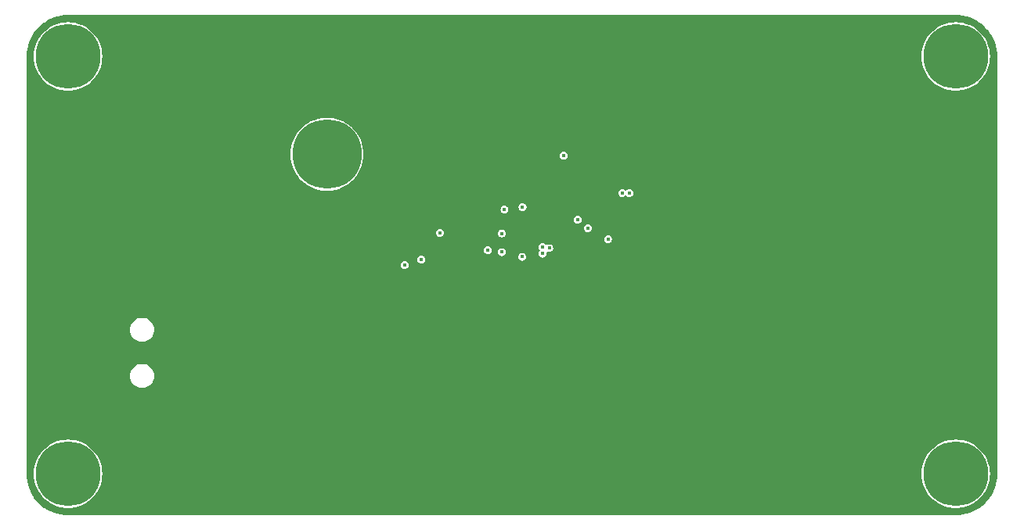
<source format=gbl>
%TF.GenerationSoftware,KiCad,Pcbnew,(6.0.11)*%
%TF.CreationDate,2023-07-06T01:04:48-04:00*%
%TF.ProjectId,RP_CHG_r01,52505f43-4847-45f7-9230-312e6b696361,rev?*%
%TF.SameCoordinates,Original*%
%TF.FileFunction,Copper,L4,Bot*%
%TF.FilePolarity,Positive*%
%FSLAX46Y46*%
G04 Gerber Fmt 4.6, Leading zero omitted, Abs format (unit mm)*
G04 Created by KiCad (PCBNEW (6.0.11)) date 2023-07-06 01:04:48*
%MOMM*%
%LPD*%
G01*
G04 APERTURE LIST*
%TA.AperFunction,ComponentPad*%
%ADD10C,14.000000*%
%TD*%
%TA.AperFunction,ComponentPad*%
%ADD11C,7.500000*%
%TD*%
%TA.AperFunction,ComponentPad*%
%ADD12C,7.000000*%
%TD*%
%TA.AperFunction,ViaPad*%
%ADD13C,0.450000*%
%TD*%
%TA.AperFunction,ViaPad*%
%ADD14C,0.800000*%
%TD*%
%TA.AperFunction,ViaPad*%
%ADD15C,0.600000*%
%TD*%
G04 APERTURE END LIST*
D10*
%TO.P,J1,2*%
%TO.N,EP*%
X60070000Y-76975000D03*
%TD*%
D11*
%TO.P,H5,1,1*%
%TO.N,CASE*%
X60070000Y-52975000D03*
%TD*%
D12*
%TO.P,H4,1,1*%
%TO.N,CASE*%
X128070000Y-42375000D03*
%TD*%
%TO.P,H1,1,1*%
%TO.N,CASE*%
X32070000Y-42375000D03*
%TD*%
%TO.P,H3,1,1*%
%TO.N,CASE*%
X128070000Y-87575000D03*
%TD*%
%TO.P,H2,1,1*%
%TO.N,CASE*%
X32070000Y-87575000D03*
%TD*%
D13*
%TO.N,PH*%
X85670000Y-53125000D03*
%TO.N,/BTST*%
X81220000Y-58675000D03*
%TO.N,EP*%
X81470000Y-61275000D03*
X80570000Y-62175000D03*
X82370000Y-62175000D03*
X82370000Y-60375000D03*
X80570000Y-60375000D03*
D14*
X97070000Y-53975000D03*
X111070000Y-57975000D03*
X108070000Y-64975000D03*
X110070000Y-64975000D03*
X110070000Y-66975000D03*
X110070000Y-68975000D03*
X108070000Y-68975000D03*
X105070000Y-68975000D03*
X103070000Y-68975000D03*
X103070000Y-66975000D03*
X103070000Y-64975000D03*
X105070000Y-64975000D03*
X95070000Y-68975000D03*
X97070000Y-68975000D03*
X97070000Y-66975000D03*
X97070000Y-64975000D03*
X95070000Y-64975000D03*
X92070000Y-64975000D03*
X92070000Y-68975000D03*
X90070000Y-68975000D03*
X90070000Y-66975000D03*
X90070000Y-64975000D03*
D13*
%TO.N,CE*%
X77470000Y-63375000D03*
%TO.N,EP*%
X69170000Y-63675000D03*
%TO.N,STAT1*%
X70270000Y-64375000D03*
%TO.N,STAT2*%
X68470000Y-64975000D03*
%TO.N,EP*%
X90770000Y-63475000D03*
X87870000Y-61675000D03*
%TO.N,STAT2*%
X81170000Y-64075000D03*
D14*
%TO.N,EP*%
X95370000Y-55375000D03*
X95370000Y-56775000D03*
D13*
X80607500Y-66532500D03*
X78982500Y-64832500D03*
D14*
X85670000Y-57975000D03*
X87670000Y-58325000D03*
D13*
X78070000Y-58575000D03*
X84200000Y-60545000D03*
D14*
X86870000Y-48575000D03*
D13*
X82207500Y-66232500D03*
D14*
X89470000Y-48575000D03*
X84670000Y-56175000D03*
X91170000Y-48575000D03*
X89470000Y-51675000D03*
D13*
X84270000Y-58875000D03*
X84970000Y-63975000D03*
D14*
X87670000Y-57025000D03*
X89470000Y-53175000D03*
D13*
X83470000Y-59475000D03*
D14*
X84670000Y-57375000D03*
D13*
X83470000Y-58875000D03*
X84270000Y-63875000D03*
D14*
X91170000Y-50075000D03*
X85670000Y-56775000D03*
X87670000Y-54175000D03*
X85670000Y-55475000D03*
X91170000Y-53175000D03*
X91170000Y-51675000D03*
X87670000Y-55575000D03*
X77270000Y-61275000D03*
X93970000Y-48575000D03*
X89470000Y-50075000D03*
D15*
X81185909Y-69575000D03*
D13*
%TO.N,PACK+*%
X83395000Y-63020000D03*
X91990000Y-57155000D03*
%TO.N,CE*%
X78995000Y-61545000D03*
%TO.N,CHG_VCC*%
X79270000Y-58975000D03*
X72270000Y-61475000D03*
%TO.N,PH*%
X88270000Y-60975000D03*
%TO.N,/BTST*%
X87170000Y-60075000D03*
%TO.N,SRP*%
X84107500Y-63132500D03*
X92770000Y-57175000D03*
%TO.N,VFB*%
X90465000Y-62170000D03*
X83407500Y-63732500D03*
%TO.N,STAT1*%
X78982500Y-63562500D03*
%TD*%
%TA.AperFunction,Conductor*%
%TO.N,EP*%
G36*
X128050242Y-37877466D02*
G01*
X128055811Y-37877476D01*
X128069641Y-37880656D01*
X128083482Y-37877524D01*
X128097669Y-37877549D01*
X128097669Y-37877772D01*
X128105651Y-37877057D01*
X128403240Y-37890050D01*
X128456662Y-37892382D01*
X128467610Y-37893340D01*
X128845887Y-37943141D01*
X128856696Y-37945048D01*
X129229184Y-38027626D01*
X129239801Y-38030471D01*
X129603677Y-38145200D01*
X129613991Y-38148953D01*
X129966504Y-38294969D01*
X129976439Y-38299602D01*
X130314878Y-38475783D01*
X130324387Y-38481273D01*
X130646162Y-38686266D01*
X130655166Y-38692570D01*
X130957864Y-38924838D01*
X130966281Y-38931902D01*
X131223582Y-39167674D01*
X131247571Y-39189656D01*
X131255340Y-39197425D01*
X131420004Y-39377124D01*
X131513096Y-39478716D01*
X131520162Y-39487136D01*
X131752430Y-39789834D01*
X131758734Y-39798838D01*
X131963727Y-40120613D01*
X131969217Y-40130122D01*
X132145398Y-40468561D01*
X132150031Y-40478496D01*
X132296044Y-40831002D01*
X132299800Y-40841323D01*
X132308150Y-40867806D01*
X132414529Y-41205198D01*
X132417374Y-41215816D01*
X132499951Y-41588296D01*
X132501860Y-41599121D01*
X132551660Y-41977389D01*
X132552618Y-41988339D01*
X132567919Y-42338780D01*
X132567201Y-42346624D01*
X132567549Y-42346625D01*
X132567524Y-42360811D01*
X132564344Y-42374641D01*
X132567475Y-42388480D01*
X132567467Y-42393311D01*
X132569500Y-42411504D01*
X132569500Y-87537920D01*
X132567534Y-87555242D01*
X132567524Y-87560811D01*
X132564344Y-87574641D01*
X132567476Y-87588482D01*
X132567451Y-87602669D01*
X132567228Y-87602669D01*
X132567943Y-87610651D01*
X132552618Y-87961661D01*
X132551660Y-87972611D01*
X132501860Y-88350879D01*
X132499951Y-88361704D01*
X132417374Y-88734184D01*
X132414529Y-88744801D01*
X132307224Y-89085134D01*
X132299803Y-89108669D01*
X132296047Y-89118991D01*
X132168139Y-89427789D01*
X132150035Y-89471495D01*
X132145398Y-89481439D01*
X131969217Y-89819878D01*
X131963727Y-89829387D01*
X131758734Y-90151162D01*
X131752430Y-90160166D01*
X131520162Y-90462864D01*
X131513098Y-90471281D01*
X131277876Y-90727982D01*
X131255344Y-90752571D01*
X131247575Y-90760340D01*
X131219985Y-90785622D01*
X130966284Y-91018096D01*
X130957864Y-91025162D01*
X130655166Y-91257430D01*
X130646162Y-91263734D01*
X130324387Y-91468727D01*
X130314878Y-91474217D01*
X129976439Y-91650398D01*
X129966504Y-91655031D01*
X129613991Y-91801047D01*
X129603677Y-91804800D01*
X129239802Y-91919529D01*
X129229185Y-91922374D01*
X128856696Y-92004952D01*
X128845887Y-92006859D01*
X128467611Y-92056660D01*
X128456662Y-92057618D01*
X128106217Y-92072919D01*
X128098376Y-92072201D01*
X128098375Y-92072549D01*
X128084189Y-92072524D01*
X128070359Y-92069344D01*
X128056520Y-92072475D01*
X128051689Y-92072467D01*
X128033496Y-92074500D01*
X32107080Y-92074500D01*
X32089758Y-92072534D01*
X32084189Y-92072524D01*
X32070359Y-92069344D01*
X32056518Y-92072476D01*
X32042331Y-92072451D01*
X32042331Y-92072228D01*
X32034349Y-92072943D01*
X31736760Y-92059950D01*
X31683338Y-92057618D01*
X31672389Y-92056660D01*
X31294113Y-92006859D01*
X31283304Y-92004952D01*
X30910815Y-91922374D01*
X30900198Y-91919529D01*
X30536323Y-91804800D01*
X30526009Y-91801047D01*
X30173496Y-91655031D01*
X30163561Y-91650398D01*
X29825122Y-91474217D01*
X29815613Y-91468727D01*
X29493838Y-91263734D01*
X29484834Y-91257430D01*
X29182136Y-91025162D01*
X29173716Y-91018096D01*
X28920015Y-90785622D01*
X28892425Y-90760340D01*
X28884656Y-90752571D01*
X28862125Y-90727982D01*
X28626902Y-90471281D01*
X28619838Y-90462864D01*
X28387570Y-90160166D01*
X28381266Y-90151162D01*
X28176273Y-89829387D01*
X28170783Y-89819878D01*
X27994602Y-89481439D01*
X27989965Y-89471495D01*
X27971862Y-89427789D01*
X27843953Y-89118991D01*
X27840197Y-89108669D01*
X27832777Y-89085134D01*
X27725471Y-88744801D01*
X27722626Y-88734184D01*
X27640049Y-88361704D01*
X27638140Y-88350879D01*
X27588340Y-87972611D01*
X27587382Y-87961661D01*
X27572094Y-87611508D01*
X27574090Y-87589863D01*
X27573226Y-87589764D01*
X27574042Y-87582678D01*
X27575655Y-87575718D01*
X27575656Y-87575000D01*
X28364422Y-87575000D01*
X28384722Y-87962338D01*
X28445398Y-88345433D01*
X28545786Y-88720087D01*
X28684786Y-89082194D01*
X28860875Y-89427789D01*
X29072124Y-89753084D01*
X29316219Y-90054516D01*
X29590484Y-90328781D01*
X29891916Y-90572876D01*
X30217211Y-90784125D01*
X30562806Y-90960214D01*
X30924913Y-91099214D01*
X31299567Y-91199602D01*
X31503201Y-91231854D01*
X31679414Y-91259764D01*
X31679422Y-91259765D01*
X31682662Y-91260278D01*
X32070000Y-91280578D01*
X32457338Y-91260278D01*
X32460578Y-91259765D01*
X32460586Y-91259764D01*
X32636799Y-91231854D01*
X32840433Y-91199602D01*
X33215087Y-91099214D01*
X33577194Y-90960214D01*
X33922789Y-90784125D01*
X34248084Y-90572876D01*
X34549516Y-90328781D01*
X34823781Y-90054516D01*
X35067876Y-89753084D01*
X35279125Y-89427789D01*
X35455214Y-89082194D01*
X35594214Y-88720087D01*
X35694602Y-88345433D01*
X35755278Y-87962338D01*
X35775578Y-87575000D01*
X124364422Y-87575000D01*
X124384722Y-87962338D01*
X124445398Y-88345433D01*
X124545786Y-88720087D01*
X124684786Y-89082194D01*
X124860875Y-89427789D01*
X125072124Y-89753084D01*
X125316219Y-90054516D01*
X125590484Y-90328781D01*
X125891916Y-90572876D01*
X126217211Y-90784125D01*
X126562806Y-90960214D01*
X126924913Y-91099214D01*
X127299567Y-91199602D01*
X127503201Y-91231854D01*
X127679414Y-91259764D01*
X127679422Y-91259765D01*
X127682662Y-91260278D01*
X128070000Y-91280578D01*
X128457338Y-91260278D01*
X128460578Y-91259765D01*
X128460586Y-91259764D01*
X128636799Y-91231854D01*
X128840433Y-91199602D01*
X129215087Y-91099214D01*
X129577194Y-90960214D01*
X129922789Y-90784125D01*
X130248084Y-90572876D01*
X130549516Y-90328781D01*
X130823781Y-90054516D01*
X131067876Y-89753084D01*
X131279125Y-89427789D01*
X131455214Y-89082194D01*
X131594214Y-88720087D01*
X131694602Y-88345433D01*
X131755278Y-87962338D01*
X131775578Y-87575000D01*
X131755278Y-87187662D01*
X131694602Y-86804567D01*
X131594214Y-86429913D01*
X131455214Y-86067806D01*
X131279125Y-85722211D01*
X131067876Y-85396916D01*
X130823781Y-85095484D01*
X130549516Y-84821219D01*
X130248084Y-84577124D01*
X129922789Y-84365875D01*
X129577194Y-84189786D01*
X129215087Y-84050786D01*
X128840433Y-83950398D01*
X128636799Y-83918146D01*
X128460586Y-83890236D01*
X128460578Y-83890235D01*
X128457338Y-83889722D01*
X128070000Y-83869422D01*
X127682662Y-83889722D01*
X127679422Y-83890235D01*
X127679414Y-83890236D01*
X127503201Y-83918146D01*
X127299567Y-83950398D01*
X126924913Y-84050786D01*
X126562806Y-84189786D01*
X126217211Y-84365875D01*
X125891916Y-84577124D01*
X125590484Y-84821219D01*
X125316219Y-85095484D01*
X125072124Y-85396916D01*
X124860875Y-85722211D01*
X124684786Y-86067806D01*
X124545786Y-86429913D01*
X124445398Y-86804567D01*
X124384722Y-87187662D01*
X124364422Y-87575000D01*
X35775578Y-87575000D01*
X35755278Y-87187662D01*
X35694602Y-86804567D01*
X35594214Y-86429913D01*
X35455214Y-86067806D01*
X35279125Y-85722211D01*
X35067876Y-85396916D01*
X34823781Y-85095484D01*
X34549516Y-84821219D01*
X34248084Y-84577124D01*
X33922789Y-84365875D01*
X33577194Y-84189786D01*
X33215087Y-84050786D01*
X32840433Y-83950398D01*
X32636799Y-83918146D01*
X32460586Y-83890236D01*
X32460578Y-83890235D01*
X32457338Y-83889722D01*
X32070000Y-83869422D01*
X31682662Y-83889722D01*
X31679422Y-83890235D01*
X31679414Y-83890236D01*
X31503201Y-83918146D01*
X31299567Y-83950398D01*
X30924913Y-84050786D01*
X30562806Y-84189786D01*
X30217211Y-84365875D01*
X29891916Y-84577124D01*
X29590484Y-84821219D01*
X29316219Y-85095484D01*
X29072124Y-85396916D01*
X28860875Y-85722211D01*
X28684786Y-86067806D01*
X28545786Y-86429913D01*
X28445398Y-86804567D01*
X28384722Y-87187662D01*
X28364422Y-87575000D01*
X27575656Y-87575000D01*
X27573654Y-87566225D01*
X27570500Y-87538210D01*
X27570500Y-76975000D01*
X38764532Y-76975000D01*
X38784365Y-77201692D01*
X38843261Y-77421496D01*
X38939432Y-77627734D01*
X39069953Y-77814139D01*
X39230861Y-77975047D01*
X39417266Y-78105568D01*
X39422244Y-78107889D01*
X39422247Y-78107891D01*
X39618522Y-78199416D01*
X39623504Y-78201739D01*
X39628812Y-78203161D01*
X39628814Y-78203162D01*
X39837993Y-78259211D01*
X39837995Y-78259211D01*
X39843308Y-78260635D01*
X39942302Y-78269296D01*
X40010492Y-78275262D01*
X40010499Y-78275262D01*
X40013216Y-78275500D01*
X40126784Y-78275500D01*
X40129501Y-78275262D01*
X40129508Y-78275262D01*
X40197698Y-78269296D01*
X40296692Y-78260635D01*
X40302005Y-78259211D01*
X40302007Y-78259211D01*
X40511186Y-78203162D01*
X40511188Y-78203161D01*
X40516496Y-78201739D01*
X40521478Y-78199416D01*
X40717753Y-78107891D01*
X40717756Y-78107889D01*
X40722734Y-78105568D01*
X40909139Y-77975047D01*
X41070047Y-77814139D01*
X41200568Y-77627734D01*
X41296739Y-77421496D01*
X41355635Y-77201692D01*
X41375468Y-76975000D01*
X41355635Y-76748308D01*
X41296739Y-76528504D01*
X41200568Y-76322266D01*
X41070047Y-76135861D01*
X40909139Y-75974953D01*
X40722734Y-75844432D01*
X40717756Y-75842111D01*
X40717753Y-75842109D01*
X40521478Y-75750584D01*
X40521476Y-75750583D01*
X40516496Y-75748261D01*
X40511188Y-75746839D01*
X40511186Y-75746838D01*
X40302007Y-75690789D01*
X40302005Y-75690789D01*
X40296692Y-75689365D01*
X40197698Y-75680704D01*
X40129508Y-75674738D01*
X40129501Y-75674738D01*
X40126784Y-75674500D01*
X40013216Y-75674500D01*
X40010499Y-75674738D01*
X40010492Y-75674738D01*
X39942302Y-75680704D01*
X39843308Y-75689365D01*
X39837995Y-75690789D01*
X39837993Y-75690789D01*
X39628814Y-75746838D01*
X39628812Y-75746839D01*
X39623504Y-75748261D01*
X39618524Y-75750583D01*
X39618522Y-75750584D01*
X39422247Y-75842109D01*
X39422244Y-75842111D01*
X39417266Y-75844432D01*
X39230861Y-75974953D01*
X39069953Y-76135861D01*
X38939432Y-76322266D01*
X38843261Y-76528504D01*
X38784365Y-76748308D01*
X38764532Y-76975000D01*
X27570500Y-76975000D01*
X27570500Y-71975000D01*
X38764532Y-71975000D01*
X38784365Y-72201692D01*
X38843261Y-72421496D01*
X38939432Y-72627734D01*
X39069953Y-72814139D01*
X39230861Y-72975047D01*
X39417266Y-73105568D01*
X39422244Y-73107889D01*
X39422247Y-73107891D01*
X39618522Y-73199416D01*
X39623504Y-73201739D01*
X39628812Y-73203161D01*
X39628814Y-73203162D01*
X39837993Y-73259211D01*
X39837995Y-73259211D01*
X39843308Y-73260635D01*
X39942302Y-73269296D01*
X40010492Y-73275262D01*
X40010499Y-73275262D01*
X40013216Y-73275500D01*
X40126784Y-73275500D01*
X40129501Y-73275262D01*
X40129508Y-73275262D01*
X40197698Y-73269296D01*
X40296692Y-73260635D01*
X40302005Y-73259211D01*
X40302007Y-73259211D01*
X40511186Y-73203162D01*
X40511188Y-73203161D01*
X40516496Y-73201739D01*
X40521478Y-73199416D01*
X40717753Y-73107891D01*
X40717756Y-73107889D01*
X40722734Y-73105568D01*
X40909139Y-72975047D01*
X41070047Y-72814139D01*
X41200568Y-72627734D01*
X41296739Y-72421496D01*
X41355635Y-72201692D01*
X41375468Y-71975000D01*
X41355635Y-71748308D01*
X41296739Y-71528504D01*
X41200568Y-71322266D01*
X41070047Y-71135861D01*
X40909139Y-70974953D01*
X40722734Y-70844432D01*
X40717756Y-70842111D01*
X40717753Y-70842109D01*
X40521478Y-70750584D01*
X40521476Y-70750583D01*
X40516496Y-70748261D01*
X40511188Y-70746839D01*
X40511186Y-70746838D01*
X40302007Y-70690789D01*
X40302005Y-70690789D01*
X40296692Y-70689365D01*
X40197698Y-70680704D01*
X40129508Y-70674738D01*
X40129501Y-70674738D01*
X40126784Y-70674500D01*
X40013216Y-70674500D01*
X40010499Y-70674738D01*
X40010492Y-70674738D01*
X39942302Y-70680704D01*
X39843308Y-70689365D01*
X39837995Y-70690789D01*
X39837993Y-70690789D01*
X39628814Y-70746838D01*
X39628812Y-70746839D01*
X39623504Y-70748261D01*
X39618524Y-70750583D01*
X39618522Y-70750584D01*
X39422247Y-70842109D01*
X39422244Y-70842111D01*
X39417266Y-70844432D01*
X39230861Y-70974953D01*
X39069953Y-71135861D01*
X38939432Y-71322266D01*
X38843261Y-71528504D01*
X38784365Y-71748308D01*
X38764532Y-71975000D01*
X27570500Y-71975000D01*
X27570500Y-64975000D01*
X68039196Y-64975000D01*
X68060281Y-65108126D01*
X68121472Y-65228220D01*
X68216780Y-65323528D01*
X68336874Y-65384719D01*
X68346663Y-65386269D01*
X68346665Y-65386270D01*
X68460207Y-65404253D01*
X68470000Y-65405804D01*
X68479793Y-65404253D01*
X68593335Y-65386270D01*
X68593337Y-65386269D01*
X68603126Y-65384719D01*
X68723220Y-65323528D01*
X68818528Y-65228220D01*
X68879719Y-65108126D01*
X68900804Y-64975000D01*
X68879719Y-64841874D01*
X68818528Y-64721780D01*
X68723220Y-64626472D01*
X68603126Y-64565281D01*
X68593337Y-64563731D01*
X68593335Y-64563730D01*
X68479793Y-64545747D01*
X68470000Y-64544196D01*
X68460207Y-64545747D01*
X68346665Y-64563730D01*
X68346663Y-64563731D01*
X68336874Y-64565281D01*
X68216780Y-64626472D01*
X68121472Y-64721780D01*
X68060281Y-64841874D01*
X68039196Y-64975000D01*
X27570500Y-64975000D01*
X27570500Y-64375000D01*
X69839196Y-64375000D01*
X69840747Y-64384793D01*
X69856574Y-64484719D01*
X69860281Y-64508126D01*
X69921472Y-64628220D01*
X70016780Y-64723528D01*
X70136874Y-64784719D01*
X70146663Y-64786269D01*
X70146665Y-64786270D01*
X70260207Y-64804253D01*
X70270000Y-64805804D01*
X70279793Y-64804253D01*
X70393335Y-64786270D01*
X70393337Y-64786269D01*
X70403126Y-64784719D01*
X70523220Y-64723528D01*
X70618528Y-64628220D01*
X70679719Y-64508126D01*
X70683427Y-64484719D01*
X70699253Y-64384793D01*
X70700804Y-64375000D01*
X70679719Y-64241874D01*
X70618528Y-64121780D01*
X70571748Y-64075000D01*
X80739196Y-64075000D01*
X80740747Y-64084793D01*
X80749130Y-64137718D01*
X80760281Y-64208126D01*
X80821472Y-64328220D01*
X80916780Y-64423528D01*
X81036874Y-64484719D01*
X81046663Y-64486269D01*
X81046665Y-64486270D01*
X81160207Y-64504253D01*
X81170000Y-64505804D01*
X81179793Y-64504253D01*
X81293335Y-64486270D01*
X81293337Y-64486269D01*
X81303126Y-64484719D01*
X81423220Y-64423528D01*
X81518528Y-64328220D01*
X81579719Y-64208126D01*
X81590871Y-64137718D01*
X81599253Y-64084793D01*
X81600804Y-64075000D01*
X81587619Y-63991753D01*
X81581270Y-63951665D01*
X81581269Y-63951663D01*
X81579719Y-63941874D01*
X81518528Y-63821780D01*
X81423220Y-63726472D01*
X81303126Y-63665281D01*
X81293337Y-63663731D01*
X81293335Y-63663730D01*
X81179793Y-63645747D01*
X81170000Y-63644196D01*
X81160207Y-63645747D01*
X81046665Y-63663730D01*
X81046663Y-63663731D01*
X81036874Y-63665281D01*
X80916780Y-63726472D01*
X80821472Y-63821780D01*
X80760281Y-63941874D01*
X80758731Y-63951663D01*
X80758730Y-63951665D01*
X80752381Y-63991753D01*
X80739196Y-64075000D01*
X70571748Y-64075000D01*
X70523220Y-64026472D01*
X70403126Y-63965281D01*
X70393337Y-63963731D01*
X70393335Y-63963730D01*
X70279793Y-63945747D01*
X70270000Y-63944196D01*
X70260207Y-63945747D01*
X70146665Y-63963730D01*
X70146663Y-63963731D01*
X70136874Y-63965281D01*
X70016780Y-64026472D01*
X69921472Y-64121780D01*
X69860281Y-64241874D01*
X69839196Y-64375000D01*
X27570500Y-64375000D01*
X27570500Y-63375000D01*
X77039196Y-63375000D01*
X77040747Y-63384793D01*
X77054879Y-63474017D01*
X77060281Y-63508126D01*
X77121472Y-63628220D01*
X77216780Y-63723528D01*
X77336874Y-63784719D01*
X77346663Y-63786269D01*
X77346665Y-63786270D01*
X77460207Y-63804253D01*
X77470000Y-63805804D01*
X77479793Y-63804253D01*
X77593335Y-63786270D01*
X77593337Y-63786269D01*
X77603126Y-63784719D01*
X77723220Y-63723528D01*
X77818528Y-63628220D01*
X77852014Y-63562500D01*
X78551696Y-63562500D01*
X78553247Y-63572293D01*
X78568688Y-63669782D01*
X78572781Y-63695626D01*
X78633972Y-63815720D01*
X78729280Y-63911028D01*
X78849374Y-63972219D01*
X78859163Y-63973769D01*
X78859165Y-63973770D01*
X78972707Y-63991753D01*
X78982500Y-63993304D01*
X78992293Y-63991753D01*
X79105835Y-63973770D01*
X79105837Y-63973769D01*
X79115626Y-63972219D01*
X79235720Y-63911028D01*
X79331028Y-63815720D01*
X79392219Y-63695626D01*
X79396313Y-63669782D01*
X79411753Y-63572293D01*
X79413304Y-63562500D01*
X79411753Y-63552707D01*
X79393770Y-63439165D01*
X79393769Y-63439163D01*
X79392219Y-63429374D01*
X79331028Y-63309280D01*
X79235720Y-63213972D01*
X79115626Y-63152781D01*
X79105837Y-63151231D01*
X79105835Y-63151230D01*
X78992293Y-63133247D01*
X78982500Y-63131696D01*
X78972707Y-63133247D01*
X78859165Y-63151230D01*
X78859163Y-63151231D01*
X78849374Y-63152781D01*
X78729280Y-63213972D01*
X78633972Y-63309280D01*
X78572781Y-63429374D01*
X78571231Y-63439163D01*
X78571230Y-63439165D01*
X78553247Y-63552707D01*
X78551696Y-63562500D01*
X77852014Y-63562500D01*
X77879719Y-63508126D01*
X77885122Y-63474017D01*
X77899253Y-63384793D01*
X77900804Y-63375000D01*
X77879719Y-63241874D01*
X77818528Y-63121780D01*
X77723220Y-63026472D01*
X77710518Y-63020000D01*
X82964196Y-63020000D01*
X82985281Y-63153126D01*
X83046472Y-63273220D01*
X83066657Y-63293405D01*
X83100683Y-63355717D01*
X83095618Y-63426532D01*
X83071516Y-63464034D01*
X83071811Y-63464248D01*
X83068068Y-63469400D01*
X83066657Y-63471595D01*
X83058972Y-63479280D01*
X82997781Y-63599374D01*
X82996231Y-63609163D01*
X82996230Y-63609165D01*
X82984087Y-63685835D01*
X82976696Y-63732500D01*
X82978247Y-63742293D01*
X82990837Y-63821780D01*
X82997781Y-63865626D01*
X83058972Y-63985720D01*
X83154280Y-64081028D01*
X83274374Y-64142219D01*
X83284163Y-64143769D01*
X83284165Y-64143770D01*
X83397707Y-64161753D01*
X83407500Y-64163304D01*
X83417293Y-64161753D01*
X83530835Y-64143770D01*
X83530837Y-64143769D01*
X83540626Y-64142219D01*
X83660720Y-64081028D01*
X83756028Y-63985720D01*
X83817219Y-63865626D01*
X83824164Y-63821780D01*
X83836753Y-63742293D01*
X83838304Y-63732500D01*
X83831019Y-63686506D01*
X83840118Y-63616097D01*
X83885840Y-63561782D01*
X83953668Y-63540809D01*
X83975178Y-63542347D01*
X84097706Y-63561753D01*
X84097707Y-63561753D01*
X84107500Y-63563304D01*
X84117293Y-63561753D01*
X84230835Y-63543770D01*
X84230837Y-63543769D01*
X84240626Y-63542219D01*
X84360720Y-63481028D01*
X84456028Y-63385720D01*
X84517219Y-63265626D01*
X84535338Y-63151230D01*
X84536753Y-63142293D01*
X84538304Y-63132500D01*
X84535496Y-63114769D01*
X84518770Y-63009165D01*
X84518769Y-63009163D01*
X84517219Y-62999374D01*
X84456028Y-62879280D01*
X84360720Y-62783972D01*
X84240626Y-62722781D01*
X84230837Y-62721231D01*
X84230835Y-62721230D01*
X84117293Y-62703247D01*
X84107500Y-62701696D01*
X84097707Y-62703247D01*
X83984165Y-62721230D01*
X83984163Y-62721231D01*
X83974374Y-62722781D01*
X83965539Y-62727283D01*
X83965538Y-62727283D01*
X83873865Y-62773992D01*
X83804089Y-62787096D01*
X83738304Y-62760396D01*
X83727568Y-62750820D01*
X83648220Y-62671472D01*
X83528126Y-62610281D01*
X83518337Y-62608731D01*
X83518335Y-62608730D01*
X83404793Y-62590747D01*
X83395000Y-62589196D01*
X83385207Y-62590747D01*
X83271665Y-62608730D01*
X83271663Y-62608731D01*
X83261874Y-62610281D01*
X83141780Y-62671472D01*
X83046472Y-62766780D01*
X82985281Y-62886874D01*
X82983731Y-62896663D01*
X82983730Y-62896665D01*
X82972150Y-62969782D01*
X82964196Y-63020000D01*
X77710518Y-63020000D01*
X77603126Y-62965281D01*
X77593337Y-62963731D01*
X77593335Y-62963730D01*
X77479793Y-62945747D01*
X77470000Y-62944196D01*
X77460207Y-62945747D01*
X77346665Y-62963730D01*
X77346663Y-62963731D01*
X77336874Y-62965281D01*
X77216780Y-63026472D01*
X77121472Y-63121780D01*
X77060281Y-63241874D01*
X77039196Y-63375000D01*
X27570500Y-63375000D01*
X27570500Y-62170000D01*
X90034196Y-62170000D01*
X90055281Y-62303126D01*
X90116472Y-62423220D01*
X90211780Y-62518528D01*
X90331874Y-62579719D01*
X90341663Y-62581269D01*
X90341665Y-62581270D01*
X90455207Y-62599253D01*
X90465000Y-62600804D01*
X90474793Y-62599253D01*
X90588335Y-62581270D01*
X90588337Y-62581269D01*
X90598126Y-62579719D01*
X90718220Y-62518528D01*
X90813528Y-62423220D01*
X90874719Y-62303126D01*
X90895804Y-62170000D01*
X90874719Y-62036874D01*
X90813528Y-61916780D01*
X90718220Y-61821472D01*
X90598126Y-61760281D01*
X90588337Y-61758731D01*
X90588335Y-61758730D01*
X90474793Y-61740747D01*
X90465000Y-61739196D01*
X90455207Y-61740747D01*
X90341665Y-61758730D01*
X90341663Y-61758731D01*
X90331874Y-61760281D01*
X90211780Y-61821472D01*
X90116472Y-61916780D01*
X90055281Y-62036874D01*
X90034196Y-62170000D01*
X27570500Y-62170000D01*
X27570500Y-61475000D01*
X71839196Y-61475000D01*
X71860281Y-61608126D01*
X71921472Y-61728220D01*
X72016780Y-61823528D01*
X72136874Y-61884719D01*
X72146663Y-61886269D01*
X72146665Y-61886270D01*
X72260207Y-61904253D01*
X72270000Y-61905804D01*
X72279793Y-61904253D01*
X72393335Y-61886270D01*
X72393337Y-61886269D01*
X72403126Y-61884719D01*
X72523220Y-61823528D01*
X72618528Y-61728220D01*
X72679719Y-61608126D01*
X72689717Y-61545000D01*
X78564196Y-61545000D01*
X78585281Y-61678126D01*
X78646472Y-61798220D01*
X78741780Y-61893528D01*
X78861874Y-61954719D01*
X78871663Y-61956269D01*
X78871665Y-61956270D01*
X78985207Y-61974253D01*
X78995000Y-61975804D01*
X79004793Y-61974253D01*
X79118335Y-61956270D01*
X79118337Y-61956269D01*
X79128126Y-61954719D01*
X79248220Y-61893528D01*
X79343528Y-61798220D01*
X79404719Y-61678126D01*
X79425804Y-61545000D01*
X79404719Y-61411874D01*
X79343528Y-61291780D01*
X79248220Y-61196472D01*
X79128126Y-61135281D01*
X79118337Y-61133731D01*
X79118335Y-61133730D01*
X79004793Y-61115747D01*
X78995000Y-61114196D01*
X78985207Y-61115747D01*
X78871665Y-61133730D01*
X78871663Y-61133731D01*
X78861874Y-61135281D01*
X78741780Y-61196472D01*
X78646472Y-61291780D01*
X78585281Y-61411874D01*
X78564196Y-61545000D01*
X72689717Y-61545000D01*
X72700804Y-61475000D01*
X72690806Y-61411874D01*
X72681270Y-61351665D01*
X72681269Y-61351663D01*
X72679719Y-61341874D01*
X72618528Y-61221780D01*
X72523220Y-61126472D01*
X72403126Y-61065281D01*
X72393337Y-61063731D01*
X72393335Y-61063730D01*
X72279793Y-61045747D01*
X72270000Y-61044196D01*
X72260207Y-61045747D01*
X72146665Y-61063730D01*
X72146663Y-61063731D01*
X72136874Y-61065281D01*
X72016780Y-61126472D01*
X71921472Y-61221780D01*
X71860281Y-61341874D01*
X71858731Y-61351663D01*
X71858730Y-61351665D01*
X71849194Y-61411874D01*
X71839196Y-61475000D01*
X27570500Y-61475000D01*
X27570500Y-60975000D01*
X87839196Y-60975000D01*
X87840747Y-60984793D01*
X87850156Y-61044196D01*
X87860281Y-61108126D01*
X87921472Y-61228220D01*
X88016780Y-61323528D01*
X88136874Y-61384719D01*
X88146663Y-61386269D01*
X88146665Y-61386270D01*
X88260207Y-61404253D01*
X88270000Y-61405804D01*
X88279793Y-61404253D01*
X88393335Y-61386270D01*
X88393337Y-61386269D01*
X88403126Y-61384719D01*
X88523220Y-61323528D01*
X88618528Y-61228220D01*
X88679719Y-61108126D01*
X88689845Y-61044196D01*
X88699253Y-60984793D01*
X88700804Y-60975000D01*
X88679719Y-60841874D01*
X88618528Y-60721780D01*
X88523220Y-60626472D01*
X88403126Y-60565281D01*
X88393337Y-60563731D01*
X88393335Y-60563730D01*
X88279793Y-60545747D01*
X88270000Y-60544196D01*
X88260207Y-60545747D01*
X88146665Y-60563730D01*
X88146663Y-60563731D01*
X88136874Y-60565281D01*
X88016780Y-60626472D01*
X87921472Y-60721780D01*
X87860281Y-60841874D01*
X87839196Y-60975000D01*
X27570500Y-60975000D01*
X27570500Y-60075000D01*
X86739196Y-60075000D01*
X86760281Y-60208126D01*
X86821472Y-60328220D01*
X86916780Y-60423528D01*
X87036874Y-60484719D01*
X87046663Y-60486269D01*
X87046665Y-60486270D01*
X87160207Y-60504253D01*
X87170000Y-60505804D01*
X87179793Y-60504253D01*
X87293335Y-60486270D01*
X87293337Y-60486269D01*
X87303126Y-60484719D01*
X87423220Y-60423528D01*
X87518528Y-60328220D01*
X87579719Y-60208126D01*
X87600804Y-60075000D01*
X87579719Y-59941874D01*
X87518528Y-59821780D01*
X87423220Y-59726472D01*
X87303126Y-59665281D01*
X87293337Y-59663731D01*
X87293335Y-59663730D01*
X87179793Y-59645747D01*
X87170000Y-59644196D01*
X87160207Y-59645747D01*
X87046665Y-59663730D01*
X87046663Y-59663731D01*
X87036874Y-59665281D01*
X86916780Y-59726472D01*
X86821472Y-59821780D01*
X86760281Y-59941874D01*
X86739196Y-60075000D01*
X27570500Y-60075000D01*
X27570500Y-58975000D01*
X78839196Y-58975000D01*
X78840747Y-58984793D01*
X78856574Y-59084719D01*
X78860281Y-59108126D01*
X78921472Y-59228220D01*
X79016780Y-59323528D01*
X79136874Y-59384719D01*
X79146663Y-59386269D01*
X79146665Y-59386270D01*
X79260207Y-59404253D01*
X79270000Y-59405804D01*
X79279793Y-59404253D01*
X79393335Y-59386270D01*
X79393337Y-59386269D01*
X79403126Y-59384719D01*
X79523220Y-59323528D01*
X79618528Y-59228220D01*
X79679719Y-59108126D01*
X79683427Y-59084719D01*
X79699253Y-58984793D01*
X79700804Y-58975000D01*
X79679719Y-58841874D01*
X79618528Y-58721780D01*
X79571748Y-58675000D01*
X80789196Y-58675000D01*
X80810281Y-58808126D01*
X80871472Y-58928220D01*
X80966780Y-59023528D01*
X81086874Y-59084719D01*
X81096663Y-59086269D01*
X81096665Y-59086270D01*
X81210207Y-59104253D01*
X81220000Y-59105804D01*
X81229793Y-59104253D01*
X81343335Y-59086270D01*
X81343337Y-59086269D01*
X81353126Y-59084719D01*
X81473220Y-59023528D01*
X81568528Y-58928220D01*
X81629719Y-58808126D01*
X81650804Y-58675000D01*
X81634139Y-58569782D01*
X81631270Y-58551665D01*
X81631269Y-58551663D01*
X81629719Y-58541874D01*
X81568528Y-58421780D01*
X81473220Y-58326472D01*
X81353126Y-58265281D01*
X81343337Y-58263731D01*
X81343335Y-58263730D01*
X81229793Y-58245747D01*
X81220000Y-58244196D01*
X81210207Y-58245747D01*
X81096665Y-58263730D01*
X81096663Y-58263731D01*
X81086874Y-58265281D01*
X80966780Y-58326472D01*
X80871472Y-58421780D01*
X80810281Y-58541874D01*
X80808731Y-58551663D01*
X80808730Y-58551665D01*
X80805861Y-58569782D01*
X80789196Y-58675000D01*
X79571748Y-58675000D01*
X79523220Y-58626472D01*
X79403126Y-58565281D01*
X79393337Y-58563731D01*
X79393335Y-58563730D01*
X79279793Y-58545747D01*
X79270000Y-58544196D01*
X79260207Y-58545747D01*
X79146665Y-58563730D01*
X79146663Y-58563731D01*
X79136874Y-58565281D01*
X79016780Y-58626472D01*
X78921472Y-58721780D01*
X78860281Y-58841874D01*
X78839196Y-58975000D01*
X27570500Y-58975000D01*
X27570500Y-57155000D01*
X91559196Y-57155000D01*
X91580281Y-57288126D01*
X91641472Y-57408220D01*
X91736780Y-57503528D01*
X91856874Y-57564719D01*
X91866663Y-57566269D01*
X91866665Y-57566270D01*
X91980207Y-57584253D01*
X91990000Y-57585804D01*
X91999793Y-57584253D01*
X92113335Y-57566270D01*
X92113337Y-57566269D01*
X92123126Y-57564719D01*
X92243220Y-57503528D01*
X92280905Y-57465843D01*
X92343217Y-57431817D01*
X92414032Y-57436882D01*
X92459095Y-57465843D01*
X92516780Y-57523528D01*
X92636874Y-57584719D01*
X92646663Y-57586269D01*
X92646665Y-57586270D01*
X92760207Y-57604253D01*
X92770000Y-57605804D01*
X92779793Y-57604253D01*
X92893335Y-57586270D01*
X92893337Y-57586269D01*
X92903126Y-57584719D01*
X93023220Y-57523528D01*
X93118528Y-57428220D01*
X93179719Y-57308126D01*
X93184438Y-57278335D01*
X93199253Y-57184793D01*
X93200804Y-57175000D01*
X93179719Y-57041874D01*
X93118528Y-56921780D01*
X93023220Y-56826472D01*
X92903126Y-56765281D01*
X92893337Y-56763731D01*
X92893335Y-56763730D01*
X92779793Y-56745747D01*
X92770000Y-56744196D01*
X92760207Y-56745747D01*
X92646665Y-56763730D01*
X92646663Y-56763731D01*
X92636874Y-56765281D01*
X92516780Y-56826472D01*
X92479095Y-56864157D01*
X92416783Y-56898183D01*
X92345968Y-56893118D01*
X92300905Y-56864157D01*
X92243220Y-56806472D01*
X92123126Y-56745281D01*
X92113337Y-56743731D01*
X92113335Y-56743730D01*
X91999793Y-56725747D01*
X91990000Y-56724196D01*
X91980207Y-56725747D01*
X91866665Y-56743730D01*
X91866663Y-56743731D01*
X91856874Y-56745281D01*
X91736780Y-56806472D01*
X91641472Y-56901780D01*
X91580281Y-57021874D01*
X91578731Y-57031663D01*
X91578730Y-57031665D01*
X91560747Y-57145207D01*
X91559196Y-57155000D01*
X27570500Y-57155000D01*
X27570500Y-52961192D01*
X56114447Y-52961192D01*
X56114597Y-52964373D01*
X56128450Y-53258126D01*
X56133301Y-53360997D01*
X56192462Y-53756849D01*
X56291323Y-54144696D01*
X56428872Y-54520567D01*
X56603701Y-54880614D01*
X56814021Y-55221150D01*
X56815964Y-55223683D01*
X56815966Y-55223685D01*
X56840089Y-55255122D01*
X57057677Y-55538688D01*
X57332174Y-55829978D01*
X57334579Y-55832062D01*
X57334585Y-55832067D01*
X57367481Y-55860562D01*
X57634704Y-56092037D01*
X57962167Y-56322182D01*
X58311211Y-56518057D01*
X58678263Y-56677656D01*
X59059565Y-56799344D01*
X59221566Y-56833483D01*
X59448092Y-56881220D01*
X59448097Y-56881221D01*
X59451211Y-56881877D01*
X59849194Y-56924409D01*
X59852382Y-56924426D01*
X59852387Y-56924426D01*
X60033973Y-56925377D01*
X60249437Y-56926505D01*
X60414493Y-56910612D01*
X60644678Y-56888448D01*
X60644683Y-56888447D01*
X60647843Y-56888143D01*
X60650962Y-56887520D01*
X60650967Y-56887519D01*
X60844454Y-56848856D01*
X61040332Y-56809716D01*
X61334118Y-56719336D01*
X61419845Y-56692963D01*
X61419848Y-56692962D01*
X61422887Y-56692027D01*
X61425815Y-56690790D01*
X61425821Y-56690788D01*
X61591986Y-56620596D01*
X61791590Y-56536280D01*
X61794393Y-56534746D01*
X61794398Y-56534743D01*
X61945670Y-56451924D01*
X62142667Y-56344071D01*
X62472522Y-56117368D01*
X62474961Y-56115300D01*
X62474967Y-56115295D01*
X62775338Y-55860562D01*
X62777779Y-55858492D01*
X62779985Y-55856200D01*
X62779991Y-55856194D01*
X63053105Y-55572385D01*
X63055312Y-55570092D01*
X63302280Y-55255122D01*
X63516153Y-54916808D01*
X63517573Y-54913960D01*
X63517578Y-54913951D01*
X63693323Y-54561459D01*
X63694743Y-54558611D01*
X63836221Y-54184201D01*
X63846733Y-54144696D01*
X63938317Y-53800496D01*
X63939138Y-53797411D01*
X63946140Y-53753701D01*
X64001936Y-53405351D01*
X64002441Y-53402200D01*
X64003420Y-53385231D01*
X64012558Y-53226737D01*
X64018424Y-53125000D01*
X85239196Y-53125000D01*
X85260281Y-53258126D01*
X85321472Y-53378220D01*
X85416780Y-53473528D01*
X85536874Y-53534719D01*
X85546663Y-53536269D01*
X85546665Y-53536270D01*
X85660207Y-53554253D01*
X85670000Y-53555804D01*
X85679793Y-53554253D01*
X85793335Y-53536270D01*
X85793337Y-53536269D01*
X85803126Y-53534719D01*
X85923220Y-53473528D01*
X86018528Y-53378220D01*
X86079719Y-53258126D01*
X86100804Y-53125000D01*
X86099253Y-53115207D01*
X86081270Y-53001665D01*
X86081269Y-53001663D01*
X86079719Y-52991874D01*
X86018528Y-52871780D01*
X85923220Y-52776472D01*
X85803126Y-52715281D01*
X85793337Y-52713731D01*
X85793335Y-52713730D01*
X85679793Y-52695747D01*
X85670000Y-52694196D01*
X85660207Y-52695747D01*
X85546665Y-52713730D01*
X85546663Y-52713731D01*
X85536874Y-52715281D01*
X85416780Y-52776472D01*
X85321472Y-52871780D01*
X85260281Y-52991874D01*
X85258731Y-53001663D01*
X85258730Y-53001665D01*
X85240747Y-53115207D01*
X85239196Y-53125000D01*
X64018424Y-53125000D01*
X64025481Y-53002615D01*
X64025577Y-52975000D01*
X64020796Y-52880612D01*
X64005488Y-52578437D01*
X64005487Y-52578432D01*
X64005327Y-52575264D01*
X63944785Y-52179621D01*
X63844571Y-51792121D01*
X63705711Y-51416732D01*
X63529626Y-51057298D01*
X63467845Y-50958044D01*
X63319806Y-50720208D01*
X63319798Y-50720197D01*
X63318119Y-50717499D01*
X63073356Y-50400812D01*
X62797843Y-50110482D01*
X62786794Y-50100978D01*
X62496816Y-49851558D01*
X62496813Y-49851556D01*
X62494401Y-49849481D01*
X62166136Y-49620480D01*
X61816410Y-49425825D01*
X61813490Y-49424567D01*
X61813485Y-49424565D01*
X61451738Y-49268772D01*
X61451728Y-49268768D01*
X61448804Y-49267509D01*
X61067080Y-49147152D01*
X60785854Y-49088913D01*
X60678272Y-49066634D01*
X60678269Y-49066634D01*
X60675147Y-49065987D01*
X60369738Y-49034426D01*
X60280175Y-49025170D01*
X60280172Y-49025170D01*
X60277019Y-49024844D01*
X60273852Y-49024838D01*
X60273843Y-49024838D01*
X60076515Y-49024494D01*
X59876771Y-49024145D01*
X59576479Y-49054118D01*
X59481686Y-49063580D01*
X59481684Y-49063580D01*
X59478501Y-49063898D01*
X59475361Y-49064537D01*
X59475360Y-49064537D01*
X59089422Y-49143057D01*
X59089415Y-49143059D01*
X59086288Y-49143695D01*
X58704146Y-49262719D01*
X58701218Y-49263968D01*
X58338919Y-49418501D01*
X58338915Y-49418503D01*
X58335989Y-49419751D01*
X58333210Y-49421285D01*
X58333204Y-49421288D01*
X58032914Y-49587057D01*
X57985586Y-49613184D01*
X57982965Y-49614999D01*
X57982960Y-49615002D01*
X57975049Y-49620480D01*
X57656524Y-49841037D01*
X57352172Y-50100978D01*
X57349972Y-50103280D01*
X57349969Y-50103283D01*
X57231682Y-50227064D01*
X57075648Y-50390344D01*
X56829781Y-50706174D01*
X56828085Y-50708878D01*
X56828082Y-50708882D01*
X56695750Y-50919839D01*
X56617090Y-51045234D01*
X56439751Y-51404051D01*
X56299581Y-51778953D01*
X56198015Y-52166100D01*
X56136092Y-52561530D01*
X56135921Y-52564692D01*
X56135920Y-52564699D01*
X56135348Y-52575264D01*
X56114447Y-52961192D01*
X27570500Y-52961192D01*
X27570500Y-42412371D01*
X27573755Y-42383918D01*
X27574043Y-42382676D01*
X27574044Y-42382669D01*
X27575655Y-42375718D01*
X27575656Y-42375000D01*
X28364422Y-42375000D01*
X28384722Y-42762338D01*
X28445398Y-43145433D01*
X28545786Y-43520087D01*
X28684786Y-43882194D01*
X28860875Y-44227789D01*
X29072124Y-44553084D01*
X29316219Y-44854516D01*
X29590484Y-45128781D01*
X29891916Y-45372876D01*
X30217211Y-45584125D01*
X30562806Y-45760214D01*
X30924913Y-45899214D01*
X31299567Y-45999602D01*
X31503201Y-46031854D01*
X31679414Y-46059764D01*
X31679422Y-46059765D01*
X31682662Y-46060278D01*
X32070000Y-46080578D01*
X32457338Y-46060278D01*
X32460578Y-46059765D01*
X32460586Y-46059764D01*
X32636799Y-46031854D01*
X32840433Y-45999602D01*
X33215087Y-45899214D01*
X33577194Y-45760214D01*
X33922789Y-45584125D01*
X34248084Y-45372876D01*
X34549516Y-45128781D01*
X34823781Y-44854516D01*
X35067876Y-44553084D01*
X35279125Y-44227789D01*
X35455214Y-43882194D01*
X35594214Y-43520087D01*
X35694602Y-43145433D01*
X35755278Y-42762338D01*
X35775578Y-42375000D01*
X124364422Y-42375000D01*
X124384722Y-42762338D01*
X124445398Y-43145433D01*
X124545786Y-43520087D01*
X124684786Y-43882194D01*
X124860875Y-44227789D01*
X125072124Y-44553084D01*
X125316219Y-44854516D01*
X125590484Y-45128781D01*
X125891916Y-45372876D01*
X126217211Y-45584125D01*
X126562806Y-45760214D01*
X126924913Y-45899214D01*
X127299567Y-45999602D01*
X127503201Y-46031854D01*
X127679414Y-46059764D01*
X127679422Y-46059765D01*
X127682662Y-46060278D01*
X128070000Y-46080578D01*
X128457338Y-46060278D01*
X128460578Y-46059765D01*
X128460586Y-46059764D01*
X128636799Y-46031854D01*
X128840433Y-45999602D01*
X129215087Y-45899214D01*
X129577194Y-45760214D01*
X129922789Y-45584125D01*
X130248084Y-45372876D01*
X130549516Y-45128781D01*
X130823781Y-44854516D01*
X131067876Y-44553084D01*
X131279125Y-44227789D01*
X131455214Y-43882194D01*
X131594214Y-43520087D01*
X131694602Y-43145433D01*
X131755278Y-42762338D01*
X131775578Y-42375000D01*
X131755278Y-41987662D01*
X131694602Y-41604567D01*
X131594214Y-41229913D01*
X131455214Y-40867806D01*
X131279125Y-40522211D01*
X131067876Y-40196916D01*
X130823781Y-39895484D01*
X130549516Y-39621219D01*
X130248084Y-39377124D01*
X129922789Y-39165875D01*
X129577194Y-38989786D01*
X129215087Y-38850786D01*
X128840433Y-38750398D01*
X128636799Y-38718146D01*
X128460586Y-38690236D01*
X128460578Y-38690235D01*
X128457338Y-38689722D01*
X128070000Y-38669422D01*
X127682662Y-38689722D01*
X127679422Y-38690235D01*
X127679414Y-38690236D01*
X127503201Y-38718146D01*
X127299567Y-38750398D01*
X126924913Y-38850786D01*
X126562806Y-38989786D01*
X126217211Y-39165875D01*
X125891916Y-39377124D01*
X125590484Y-39621219D01*
X125316219Y-39895484D01*
X125072124Y-40196916D01*
X124860875Y-40522211D01*
X124684786Y-40867806D01*
X124545786Y-41229913D01*
X124445398Y-41604567D01*
X124384722Y-41987662D01*
X124364422Y-42375000D01*
X35775578Y-42375000D01*
X35755278Y-41987662D01*
X35694602Y-41604567D01*
X35594214Y-41229913D01*
X35455214Y-40867806D01*
X35279125Y-40522211D01*
X35067876Y-40196916D01*
X34823781Y-39895484D01*
X34549516Y-39621219D01*
X34248084Y-39377124D01*
X33922789Y-39165875D01*
X33577194Y-38989786D01*
X33215087Y-38850786D01*
X32840433Y-38750398D01*
X32636799Y-38718146D01*
X32460586Y-38690236D01*
X32460578Y-38690235D01*
X32457338Y-38689722D01*
X32070000Y-38669422D01*
X31682662Y-38689722D01*
X31679422Y-38690235D01*
X31679414Y-38690236D01*
X31503201Y-38718146D01*
X31299567Y-38750398D01*
X30924913Y-38850786D01*
X30562806Y-38989786D01*
X30217211Y-39165875D01*
X29891916Y-39377124D01*
X29590484Y-39621219D01*
X29316219Y-39895484D01*
X29072124Y-40196916D01*
X28860875Y-40522211D01*
X28684786Y-40867806D01*
X28545786Y-41229913D01*
X28445398Y-41604567D01*
X28384722Y-41987662D01*
X28364422Y-42375000D01*
X27575656Y-42375000D01*
X27574074Y-42368066D01*
X27573282Y-42360990D01*
X27574046Y-42360905D01*
X27572069Y-42339063D01*
X27587382Y-41988339D01*
X27588340Y-41977389D01*
X27638140Y-41599121D01*
X27640049Y-41588296D01*
X27722626Y-41215816D01*
X27725471Y-41205198D01*
X27831850Y-40867806D01*
X27840200Y-40841323D01*
X27843956Y-40831002D01*
X27989969Y-40478496D01*
X27994602Y-40468561D01*
X28170783Y-40130122D01*
X28176273Y-40120613D01*
X28381266Y-39798838D01*
X28387570Y-39789834D01*
X28619838Y-39487136D01*
X28626904Y-39478716D01*
X28719996Y-39377124D01*
X28884660Y-39197425D01*
X28892429Y-39189656D01*
X28916419Y-39167674D01*
X29173719Y-38931902D01*
X29182136Y-38924838D01*
X29484834Y-38692570D01*
X29493838Y-38686266D01*
X29815613Y-38481273D01*
X29825122Y-38475783D01*
X30163561Y-38299602D01*
X30173496Y-38294969D01*
X30526009Y-38148953D01*
X30536323Y-38145200D01*
X30900199Y-38030471D01*
X30910816Y-38027626D01*
X31283304Y-37945048D01*
X31294113Y-37943141D01*
X31672390Y-37893340D01*
X31683338Y-37892382D01*
X32033783Y-37877081D01*
X32041624Y-37877799D01*
X32041625Y-37877451D01*
X32055811Y-37877476D01*
X32069641Y-37880656D01*
X32083480Y-37877525D01*
X32088311Y-37877533D01*
X32106504Y-37875500D01*
X128032920Y-37875500D01*
X128050242Y-37877466D01*
G37*
%TD.AperFunction*%
%TD*%
M02*

</source>
